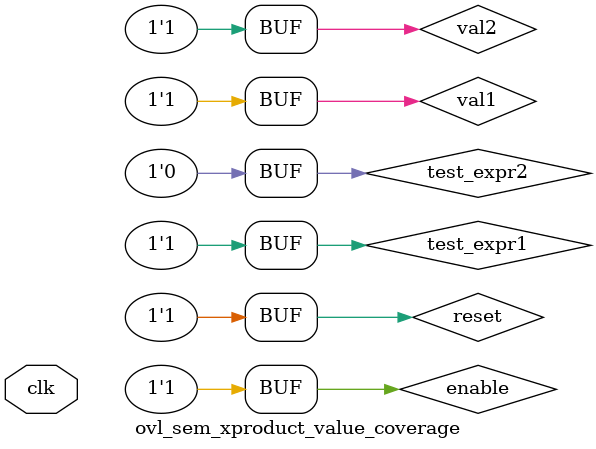
<source format=sv>
module ovl_sem_xproduct_value_coverage(input logic clk);
  logic reset = 1'b1;
  logic enable = 1'b1;
  logic val1 = 1'b1;
  logic val2 = 1'b1;
`ifdef FAIL
  localparam int cov_check = 1;
  logic test_expr1 = 1'b1;
  logic test_expr2 = 1'b1;
`else
  localparam int cov_check = 0;
  logic test_expr1 = 1'b1;
  logic test_expr2 = 1'b0;
`endif

  ovl_xproduct_value_coverage #(
      .width1(1),
      .width2(1),
      .val1_width(1),
      .val2_width(1),
      .val1_count(1),
      .val2_count(1),
      .coverage_check(cov_check)) dut (
      .clock(clk),
      .reset(reset),
      .enable(enable),
      .test_expr1(test_expr1),
      .test_expr2(test_expr2),
      .val1(val1),
      .val2(val2),
      .fire());
endmodule

</source>
